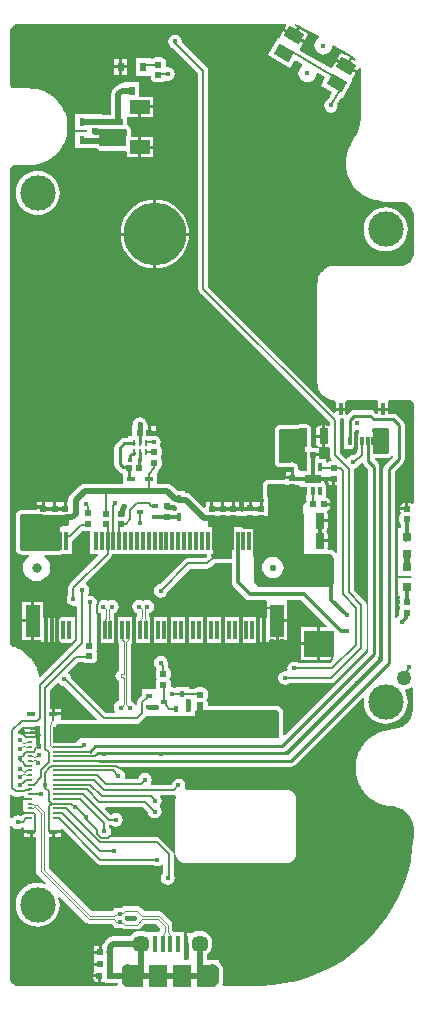
<source format=gtl>
%FSTAX23Y23*%
%MOIN*%
%SFA1B1*%

%IPPOS*%
%AMD21*
4,1,8,0.008300,0.009800,-0.008300,0.009800,-0.010800,0.007300,-0.010800,-0.007300,-0.008300,-0.009800,0.008300,-0.009800,0.010800,-0.007300,0.010800,0.007300,0.008300,0.009800,0.0*
1,1,0.005000,0.008300,0.007300*
1,1,0.005000,-0.008300,0.007300*
1,1,0.005000,-0.008300,-0.007300*
1,1,0.005000,0.008300,-0.007300*
%
%AMD25*
4,1,8,-0.009800,0.008300,-0.009800,-0.008300,-0.007300,-0.010800,0.007300,-0.010800,0.009800,-0.008300,0.009800,0.008300,0.007300,0.010800,-0.007300,0.010800,-0.009800,0.008300,0.0*
1,1,0.005000,-0.007300,0.008300*
1,1,0.005000,-0.007300,-0.008300*
1,1,0.005000,0.007300,-0.008300*
1,1,0.005000,0.007300,0.008300*
%
%AMD36*
4,1,8,-0.014900,0.021900,-0.014900,-0.021900,-0.011200,-0.025600,0.011200,-0.025600,0.014900,-0.021900,0.014900,0.021900,0.011200,0.025600,-0.011200,0.025600,-0.014900,0.021900,0.0*
1,1,0.007400,-0.011200,0.021900*
1,1,0.007400,-0.011200,-0.021900*
1,1,0.007400,0.011200,-0.021900*
1,1,0.007400,0.011200,0.021900*
%
%AMD44*
4,1,4,-0.034500,-0.002800,0.014800,-0.031300,0.034500,0.002800,-0.014800,0.031300,-0.034500,-0.002800,0.0*
%
%AMD88*
4,1,8,-0.023600,0.017600,-0.023600,-0.017600,-0.003800,-0.037400,0.003800,-0.037400,0.023600,-0.017600,0.023600,0.017600,0.003800,0.037400,-0.003800,0.037400,-0.023600,0.017600,0.0*
1,1,0.039600,-0.003800,0.017600*
1,1,0.039600,-0.003800,-0.017600*
1,1,0.039600,0.003800,-0.017600*
1,1,0.039600,0.003800,0.017600*
%
%ADD10C,0.009800*%
%ADD11C,0.003900*%
%ADD12C,0.007900*%
%ADD13C,0.005900*%
%ADD14C,0.015700*%
%ADD17C,0.019700*%
%ADD18R,0.059100X0.074800*%
%ADD19R,0.015700X0.053100*%
%ADD20R,0.016500X0.025200*%
G04~CAMADD=21~8~0.0~0.0~217.0~197.0~25.0~0.0~15~0.0~0.0~0.0~0.0~0~0.0~0.0~0.0~0.0~0~0.0~0.0~0.0~0.0~217.0~197.0*
%ADD21D21*%
%ADD22R,0.025200X0.016500*%
%ADD23R,0.020100X0.015700*%
%ADD24R,0.009800X0.020700*%
G04~CAMADD=25~8~0.0~0.0~217.0~197.0~25.0~0.0~15~0.0~0.0~0.0~0.0~0~0.0~0.0~0.0~0.0~0~0.0~0.0~0.0~90.0~196.0~216.0*
%ADD25D25*%
%ADD26R,0.022800X0.021300*%
%ADD27R,0.023600X0.031500*%
%ADD28R,0.015700X0.020100*%
%ADD29R,0.014200X0.013000*%
%ADD30R,0.098400X0.090600*%
%ADD31R,0.066900X0.047200*%
%ADD32R,0.039400X0.019700*%
%ADD33R,0.021300X0.022800*%
%ADD34R,0.013800X0.029500*%
%ADD35R,0.057100X0.025600*%
G04~CAMADD=36~8~0.0~0.0~512.0~299.0~37.0~0.0~15~0.0~0.0~0.0~0.0~0~0.0~0.0~0.0~0.0~0~0.0~0.0~0.0~90.0~298.0~512.0*
%ADD36D36*%
%ADD37R,0.031500X0.031500*%
%ADD38R,0.011800X0.061000*%
%ADD39R,0.047200X0.108300*%
%ADD40R,0.029500X0.011800*%
%ADD41R,0.016500X0.009100*%
%ADD42R,0.011800X0.039400*%
%ADD43R,0.011800X0.027600*%
G04~CAMADD=44~9~0.0~0.0~571.0~394.0~0.0~0.0~0~0.0~0.0~0.0~0.0~0~0.0~0.0~0.0~0.0~0~0.0~0.0~0.0~150.0~690.0~625.0*
%ADD44D44*%
%ADD81C,0.004600*%
%ADD82C,0.050000*%
%ADD83C,0.011800*%
%ADD84C,0.006700*%
%ADD85C,0.017700*%
%ADD86C,0.013800*%
%ADD87C,0.057100*%
G04~CAMADD=88~8~0.0~0.0~748.0~472.0~198.0~0.0~15~0.0~0.0~0.0~0.0~0~0.0~0.0~0.0~0.0~0~0.0~0.0~0.0~90.0~472.0~748.0*
%ADD88D88*%
%ADD89C,0.015700*%
%ADD90C,0.031500*%
%ADD91C,0.021700*%
%ADD92C,0.208700*%
%ADD93C,0.118100*%
%ADD94C,0.017700*%
%LNright_board-1*%
%LPD*%
G36*
X03376Y04397D02*
X03379Y04393D01*
Y04392*
X03373Y04381*
X03402Y04365*
X03414Y04386*
X03406Y04391*
X03408Y04396*
X03416Y04394*
X03429Y04388*
X03435Y04384*
X03435Y04384*
X03435Y04384*
X03486Y04355*
X03486Y04349*
X0348Y04345*
X03476Y04339*
X03473Y04332*
X03472Y04324*
X03473Y04316*
X03476Y04309*
X0348Y04303*
X03487Y04298*
X03494Y04295*
X03502Y04294*
X03509Y04295*
X03516Y04298*
X03523Y04303*
X03527Y04309*
X0353Y04316*
X03531Y04323*
X03535Y04326*
X03595Y04292*
X03599Y04289*
X03606Y04284*
X03611Y04278*
X03608Y04274*
X03599Y0428*
X03586Y04258*
X03615Y04241*
X03621Y04251*
X03626Y0425*
X03627Y04245*
X03628Y04236*
X03628Y04232*
X03628Y04231*
X03628Y04231*
Y04089*
Y04089*
X03628Y0408*
X03625Y04063*
X03621Y04046*
X03613Y0403*
X03608Y04023*
X03608Y04022*
X03608Y04022*
X03593Y03995*
Y03995*
X03593Y03994*
X03588Y03985*
X03588Y03985*
X03588Y03984*
X03581Y03964*
X03581Y03964*
X0358Y03963*
X03577Y03942*
Y03941*
X03577Y0394*
X03578Y0392*
X03578Y03919*
Y03918*
X03582Y03898*
X03582Y03897*
X03582Y03896*
X0359Y03877*
X0359Y03876*
X03591Y03875*
X03601Y03857*
X03602Y03857*
X03602Y03856*
X03616Y0384*
X03617Y0384*
X03617Y03839*
X03633Y03826*
X03634Y03826*
X03635Y03825*
X03653Y03815*
X03654Y03815*
X03655Y03815*
X03674Y03808*
X03675Y03808*
X03676Y03808*
X03697Y03805*
X03697Y03805*
X03698Y03804*
X03708Y03804*
X03708*
X03708*
X03762*
X03771Y03802*
X03779Y03799*
X03787Y03794*
X03793Y03787*
X03798Y0378*
X03802Y03771*
X03804Y03762*
Y03758*
X03803Y03631*
Y03627*
X03802Y0362*
X03799Y03612*
X03794Y03606*
X03789Y036*
X03782Y03596*
X03775Y03593*
X03767Y03591*
X03763*
X03543*
X03542Y03591*
X03542Y03591*
X03537Y03591*
X03536Y03591*
X03536*
X03526Y03589*
X03525Y03589*
X03524Y03588*
X03515Y03585*
X03514Y03584*
X03513Y03584*
X03505Y03578*
X03504Y03578*
X03504Y03577*
X03497Y0357*
X03496Y03569*
X03495Y03569*
X0349Y0356*
X0349Y03559*
X03489Y03559*
X03485Y0355*
X03485Y03549*
X03485Y03548*
X03483Y03538*
Y03537*
X03483Y03537*
X03482Y03532*
Y03531*
Y03531*
Y03202*
Y03202*
Y03201*
X03483Y03196*
X03483Y03196*
Y03195*
X03485Y03185*
X03485Y03184*
X03485Y03183*
X03489Y03174*
X0349Y03174*
X0349Y03173*
X03495Y03164*
X03496Y03164*
X03497Y03163*
X03504Y03156*
X03504Y03155*
X03505Y03155*
X03513Y03149*
X03514Y03149*
X03515Y03148*
X03524Y03145*
X03525Y03144*
X03526Y03144*
X03536Y03142*
X03536*
X03537Y03142*
X03539Y03142*
X03542Y03141*
X03544Y03137*
Y03117*
X0356*
X03575*
Y03137*
X0358Y03142*
X0368*
X03685Y03141*
Y03117*
X037*
X03716*
Y03137*
X03721Y03142*
X03791*
X03791*
X03793*
X03798Y0314*
X03801Y03136*
X03803Y03132*
X03803Y0313*
Y03129*
X03803Y03129*
X03803Y02799*
X03798Y02797*
X03797Y02797*
X03793Y028*
X03788Y02801*
X03785*
Y02781*
X0378*
Y02776*
X03759*
Y02774*
X0376Y02769*
X03762Y02766*
X0376Y02765*
X03756Y02759*
X03755Y02753*
Y02738*
X03756Y02732*
X0376Y02727*
Y02716*
X03752*
Y02662*
Y02657*
Y02598*
Y02556*
X03795*
X03798Y02551*
X03798Y0255*
X03752*
Y02491*
X03757*
X03757Y0249*
X03759Y02486*
X03756Y02482*
X03755Y02475*
Y02461*
X03756Y02454*
X03759Y0245*
X03756Y02446*
X03755Y0244*
Y02425*
X03755Y02425*
X03754Y02424*
X03747Y02419*
X03745Y02417*
X0374Y02418*
Y02904*
X03768Y02932*
X03772Y02938*
X03774Y02945*
Y03059*
X03772Y03066*
X03768Y03072*
X03748Y03092*
X03742Y03096*
X03735Y03097*
X03716*
Y03107*
X037*
X03685*
Y03097*
X03679*
X03672Y03104*
X03666Y03108*
X03659Y03109*
X03604*
X03597Y03108*
X0359Y03104*
X0358Y03094*
X03575Y03096*
Y03107*
X0356*
X03544*
Y03102*
X03539Y031*
X03119Y0352*
Y0424*
X03118Y04246*
X03114Y04252*
X0303Y04336*
X03031Y04338*
X03029Y04347*
X03024Y04354*
X03016Y04359*
X03007Y04361*
X02999Y04359*
X02991Y04354*
X02986Y04347*
X02984Y04338*
X02986Y04329*
X02991Y04322*
X02999Y04317*
X03001Y04316*
X03085Y04233*
Y03513*
X03086Y03507*
X0309Y03501*
X03523Y03068*
Y0306*
X03518Y03057*
X03514Y03058*
X03508*
Y03022*
Y02986*
X03514*
X03518Y02987*
X03523Y02984*
Y02959*
X03524Y02953*
X03528Y02947*
X03532Y02943*
X0353Y02939*
X03529*
X03522Y02938*
X03517Y02934*
X03515Y02935*
X03512Y02936*
Y02946*
X03488*
Y02956*
X03467*
Y02966*
X03488*
Y02982*
X03466*
X03462Y02986*
Y03043*
X03461Y03048*
X03461Y03049*
X0346Y03051*
X03456Y03057*
X03451Y03061*
X03444Y03062*
X03421*
X03416Y03061*
X03358*
X03352Y0306*
X03348Y03057*
X03344Y03053*
X03341Y03048*
X0334Y03043*
Y02937*
X03341Y02931*
X03344Y02927*
X03348Y02923*
X03352Y0292*
X03358Y02919*
X03386*
X03388Y02919*
X03389*
X0339Y02919*
X03392Y0292*
X03392Y0292*
X03396Y02921*
X034Y0292*
X03402Y02918*
X03404Y02915*
X03405Y02909*
Y02909*
X03405Y02907*
X03404Y02906*
X03403Y02905*
Y02883*
X03398*
Y02878*
X03377*
X03376Y02878*
X03374*
Y02876*
X03318*
X03313Y02875*
X03309Y02872*
X03305Y02868*
X03302Y02863*
X033Y02858*
Y02821*
X03301Y0282*
Y02818*
X03301Y02817*
X03302Y02815*
X03302Y02814*
X03303Y02813*
X03303Y02813*
X03304Y02808*
X03304Y02808*
X03303Y02806*
X03302Y02804*
X033Y02803*
X033*
Y02781*
X0329*
Y02803*
X0328*
Y02803*
X03264*
Y02782*
X03259*
Y02777*
X03239*
Y02776*
X03235*
Y02773*
X0323Y0277*
X03229Y0277*
X03228*
X03227Y0277*
X03226Y02772*
Y02776*
X03222*
Y02776*
X03201*
Y02781*
X03196*
Y02803*
X03187*
X03171*
Y02781*
X03161*
Y02803*
X03145*
X03135*
Y02781*
X03125*
Y02803*
X0311*
Y02785*
X03105Y02783*
X03061Y02827*
X03053Y02832*
X03044Y02834*
X03042*
Y02838*
X03021*
X03019Y02838*
X03016*
X02997Y02857*
X02989Y02862*
X0298Y02864*
X02946*
Y02898*
X0295Y02903*
X02954Y02908*
X02955Y02912*
X02959Y02915*
X02962Y0292*
X02963Y02926*
Y02941*
X02962Y02947*
X0296Y02951*
X02962Y02955*
X02963Y02962*
Y02976*
X02962Y02983*
X02959Y02988*
X02956Y0299*
X02958Y02993*
X0296Y03002*
X02958Y0301*
X02953Y03018*
X02945Y03023*
X02943Y03023*
Y03029*
X02921*
Y03034*
X02916*
Y03055*
X02916*
Y03058*
X02913*
Y03063*
X02912Y03071*
X02907Y03079*
X02899Y03084*
X0289Y03086*
X02881Y03084*
X02874Y03079*
X02869Y03071*
X02867Y03063*
Y03058*
X02865*
Y03022*
X02852*
Y03017*
X02838*
X02831Y03015*
X02825Y03011*
X02811Y02997*
X02807Y02991*
X02805Y02984*
Y02928*
X02807Y0292*
X02811Y02914*
X02821Y02905*
X02827Y029*
X02832Y02899*
X02834Y02897*
X02834Y02896*
Y02864*
X02707*
X02698Y02862*
X0269Y02857*
X02659Y02826*
X02653Y02818*
X02652Y02809*
Y02803*
X02647*
Y02781*
X02637*
Y02803*
X02622*
X02611*
Y02781*
X02601*
Y02803*
X0259*
X02574*
Y02781*
X02564*
Y02803*
X02549*
Y0278*
X02545Y02777*
X02496*
X0249Y02776*
X02486Y02773*
X02482Y02769*
X02479Y02765*
X02478Y02759*
Y02704*
Y02645*
X02479Y0264*
X02482Y02635*
X02486Y02631*
X0249Y02628*
X02496Y02627*
X0252*
X02522Y02622*
X02514Y02616*
X02507Y02607*
X02502Y02596*
X02501Y02584*
X02502Y02572*
X02507Y02561*
X02514Y02552*
X02524Y02545*
X02535Y0254*
X02546Y02538*
X02558Y0254*
X02569Y02545*
X02579Y02552*
X02586Y02561*
X02591Y02572*
X02592Y02584*
X02591Y02596*
X02586Y02607*
X02579Y02616*
X02571Y02622*
X02573Y02627*
X02625*
X02631Y02628*
X02632Y02629*
X02645*
X02665*
Y02674*
X02665Y02674*
X02671Y02678*
X02701Y02708*
X02701Y02707*
X02708Y02706*
X02724*
Y02629*
X0275*
X02752Y02625*
X02657Y02529*
X02653Y02524*
X02652Y02517*
Y02494*
X02648Y02488*
X02646Y02479*
X02648Y0247*
X02653Y02463*
X0266Y02458*
X02669Y02456*
X02676Y02457*
X02681Y02454*
Y02342*
X02679Y02341*
X02674Y02343*
Y02421*
X02655*
X02615*
Y02417*
X02601*
Y02376*
Y02336*
X02612*
X02615Y02333*
Y02332*
X02635*
X02667*
X02669Y02328*
X02559Y02218*
X02554Y02219*
X02553Y02229*
X02552Y02229*
X02552Y0223*
X02546Y02248*
X02546Y02248*
X02546Y02249*
X02537Y02266*
X02537Y02266*
X02537Y02267*
X02526Y02282*
X02525Y02282*
X02525Y02283*
X02512Y02296*
X02511Y02297*
X0251Y02297*
X02495Y02308*
X02495Y02308*
X02494Y02309*
X02478Y02317*
X02477Y02317*
X02477Y02318*
X02468Y02321*
X02468*
X02467Y02321*
X02465Y02322*
X02462Y02324*
X02459Y02328*
X02458Y02332*
X02458Y02334*
Y03912*
X02458Y03914*
X0246Y03919*
X02463Y03923*
X02468Y03925*
X0247Y03925*
X02522*
X02523*
X02523*
X02532Y03925*
X02533Y03926*
X02533*
X02552Y03929*
X02552Y03929*
X02553Y03929*
X02571Y03935*
X02571Y03935*
X02572Y03936*
X02589Y03944*
X02589Y03945*
X0259Y03945*
X02605Y03956*
X02605Y03956*
X02606Y03957*
X02619Y0397*
X02619Y03971*
X0262Y03971*
X02631Y03986*
X02631Y03987*
X02632Y03988*
X0264Y04004*
X0264Y04005*
X0264Y04006*
X02646Y04023*
X02646Y04024*
X02646Y04025*
X02649Y04043*
Y04044*
X02649Y04045*
X02649Y04063*
X02649Y04064*
X02649Y04065*
X02646Y04083*
X02646Y04084*
X02646Y04085*
X0264Y04102*
X0264Y04103*
X02639Y04104*
X02631Y0412*
X0263Y04121*
X0263Y04121*
X02619Y04136*
X02619Y04137*
X02618Y04138*
X02605Y04151*
X02604Y04151*
X02604Y04152*
X02589Y04162*
X02588Y04163*
X02587Y04163*
X02571Y04172*
X0257Y04172*
X02569Y04172*
X02552Y04178*
X02551Y04178*
X0255Y04178*
X02532Y04181*
X02531*
X02531Y04181*
X02522Y04182*
X02521*
X02521*
X02471*
X02468Y04182*
X02464Y04184*
X0246Y04187*
X02458Y04192*
X02458Y04194*
Y0437*
X02458Y04372*
X02459Y04377*
X02461Y04382*
X02464Y04387*
X02468Y04391*
X02472Y04394*
X02477Y04396*
X02483Y04397*
X02485Y04397*
X03285*
X03376*
G37*
G36*
X0372Y03047D02*
Y02968D01*
X03716Y02964*
X03669*
X03669*
Y0298*
X03669*
Y03035*
X03665*
Y03047*
X03669Y03051*
X03716*
X0372Y03047*
G37*
G36*
X03572Y03078D02*
X03572Y03077D01*
Y03035*
X03571*
Y0298*
X0361*
X03613Y02976*
Y02969*
X03604Y02959*
X03602Y0296*
X03593Y02958*
X03586Y02953*
X03582Y02948*
X03576Y02947*
X03557Y02966*
Y03075*
X03556Y03078*
X0356Y03082*
X03569*
X03572Y03078*
G37*
G36*
X03448Y03043D02*
Y02986D01*
X03441*
Y02937*
X03445*
Y0292*
X03445Y02918*
Y02906*
X03444Y02905*
X03423*
Y02908*
X03422*
X03419Y02912*
X03418Y02921*
X03413Y02928*
X03405Y02933*
X03396Y02935*
X03387Y02933*
X03386Y02933*
X03358*
X03354Y02937*
Y03043*
X03358Y03047*
X03444*
X03448Y03043*
G37*
G36*
X03542Y02859D02*
X03545D01*
X03546Y02859*
X03549Y02856*
Y02633*
X03543*
X03537Y02639*
X03532Y02642*
X03527Y02644*
X03519*
X03515Y02649*
X03516Y02651*
Y02668*
X0349*
Y02678*
X03516*
Y02695*
X03514Y027*
X03513Y02703*
X03512Y02706*
X03513Y0271*
X03514Y02712*
X03516Y02718*
Y02735*
X0349*
Y02745*
X03516*
Y02762*
X03514Y02767*
X03513Y02769*
X03515Y02774*
X03517Y02775*
X03521Y02777*
X03524Y02782*
X03525Y02786*
Y0279*
X03504*
Y028*
X03525*
Y02803*
X03524Y02808*
X03521Y02812*
X03517Y02815*
X03512Y02816*
Y02866*
X03514Y02866*
X03517Y02866*
X0352Y02863*
X03524Y0286*
X03529Y02859*
X03532*
Y02879*
X03542*
Y02859*
G37*
G36*
X03374Y02858D02*
X03421D01*
X03424Y02855*
Y02852*
X03445*
Y02811*
X03446Y02806*
X03445Y02803*
X03433Y02791*
Y02767*
X03437Y02763*
Y02633*
X0344Y02629*
X03527*
X03535Y02622*
Y02531*
X03523Y02519*
X03287*
X03271Y02535*
Y02629*
X03275*
Y02718*
X03255*
X03216*
X03196*
Y02676*
X03196Y02674*
Y02614*
X03137*
X03129Y02622*
Y02629*
X03137*
Y02718*
X03118*
Y02756*
X03155*
X03177*
X03226*
X03226Y02756*
X03233Y02755*
X0324Y02756*
X0327*
Y02756*
X03319*
Y02806*
X03318Y02811*
X03316Y02818*
X03315Y02821*
Y02858*
X03318Y02862*
X03374*
Y02858*
G37*
G36*
X02545Y02756D02*
X02581D01*
X0263*
X02653*
Y02728*
X02649Y02724*
X02633*
X02629Y0272*
Y02718*
X02625*
Y02641*
X02496*
X02492Y02645*
Y02704*
Y02759*
X02496Y02763*
X02545*
Y02756*
G37*
G36*
X02753Y02332D02*
D01*
X02773*
X02812*
X0282*
Y02254*
Y02241*
X02816Y02238*
X02811Y02231*
X02809Y02223*
X02811Y02215*
X02816Y02208*
X0282Y02205*
Y02139*
X02817Y02138*
X02809Y02133*
X02804Y02126*
X02803Y02117*
X02804Y02108*
X02807Y02104*
X02804Y02099*
X02777*
X02662Y02215*
X02661Y02221*
X02656Y02228*
X02652Y02231*
X02652Y02236*
X02684Y02268*
X02705*
X02707Y02266*
X02714Y02265*
X0273*
X02737Y02266*
X02742Y0227*
X02746Y02275*
X02747Y02282*
Y02296*
X02746Y02303*
X02743Y02307*
X02746Y02311*
X02747Y02317*
Y02329*
X02751Y02332*
X02752Y02333*
X02753Y02332*
G37*
G36*
X03633Y02933D02*
X03636Y02927D01*
X03651Y02913*
Y02303*
X03373Y02025*
X03368Y02026*
Y02102*
X03367Y02107*
X03364Y02112*
X03356Y0212*
X03351Y02123*
X03346Y02124*
X03116*
Y02133*
X03115Y02139*
X03112Y02143*
X03115Y02147*
X03116Y02154*
Y02168*
X03115Y02175*
X03111Y0218*
X03106Y02184*
X03099Y02185*
X03083*
X03076Y02184*
X03072Y02181*
X03054*
Y02187*
X0301*
Y02187*
X03006Y02184*
X03005Y02184*
X02997Y02186*
X02993Y0219*
Y02202*
X02992Y02208*
X02989Y02212*
X02992Y02216*
X02993Y02222*
Y02237*
X02992Y02244*
X02988Y02249*
X02985Y02251*
Y02256*
X02984Y02263*
X02983Y02264*
X02983Y02267*
X02982Y02276*
X02977Y02284*
X02969Y02289*
X0296Y0229*
X02951Y02289*
X02944Y02284*
X02939Y02276*
X02937Y02267*
X02939Y02258*
X02944Y02251*
X02945Y0225*
X02946Y02245*
X02944Y02244*
X02943Y02237*
Y02222*
X02944Y02216*
X02947Y02212*
X02944Y02208*
X02943Y02202*
Y02187*
X02944Y02184*
X0294Y02179*
X0294Y02179*
X02896*
Y02157*
X02887Y02148*
X02883Y02143*
X02882Y02136*
Y02127*
X02881Y02127*
X02877Y02126*
X02872Y02133*
X02865Y02138*
X02862Y02139*
Y02331*
X02863Y02332*
X02863Y02332*
X02871*
X02891*
X0293*
X0295*
X02989*
X03009*
X03048*
X03107*
X03127*
X03166*
X03206*
X03226*
X03265*
X03285*
Y02336*
X03299*
Y02376*
Y02417*
X03288*
X03285Y0242*
Y02421*
X03245*
X03226*
X03186*
X03166*
X03147*
X03107*
X03048*
X03029*
X02989*
X0297*
X0293*
X02922*
X02922Y02421*
X02922Y02421*
Y02433*
X02924Y02433*
X02931Y02438*
X02936Y02445*
X02938Y02454*
X02936Y02463*
X02931Y02471*
X02924Y02476*
X02915Y02477*
X02906Y02476*
X02901Y02472*
X02896Y02476*
X02887Y02477*
X02879Y02476*
X02871Y02471*
X02866Y02463*
X02864Y02454*
X02866Y02445*
X02871Y02438*
X02879Y02433*
X0288Y02433*
Y02422*
X02879Y02421*
X02879Y02421*
X02871*
X02832*
X02812*
X02804*
X02804Y02421*
X02804Y02421*
Y02433*
X02806Y02433*
X02813Y02438*
X02818Y02445*
X0282Y02454*
X02818Y02463*
X02813Y02471*
X02806Y02476*
X02797Y02477*
X02788Y02476*
X02783Y02472*
X02778Y02476*
X02769Y02477*
X0276Y02476*
X02753Y02471*
X02753Y0247*
X02747Y02471*
X02746Y02477*
X02741Y02484*
X02734Y02489*
X02725Y02491*
X0272Y0249*
X02716Y02494*
X02716Y02494*
X0272Y02501*
X02721Y02509*
X0272Y02518*
X02715Y02526*
X02711Y02528*
X0271Y02535*
X02795Y02619*
X02798Y02625*
X02799Y02629*
X02817*
X02822*
X02861*
X02935*
X0294*
X02979*
X03019*
X03039*
X03078*
X03115*
Y02623*
X03107Y02615*
X03051*
X03044Y02614*
X03039Y0261*
X02959Y0253*
X02951Y02529*
X02944Y02524*
X02939Y02516*
X02937Y02507*
X02939Y02499*
X02944Y02491*
X02951Y02486*
X0296Y02484*
X02969Y02486*
X02977Y02491*
X02982Y02499*
X02983Y02506*
X03058Y02581*
X03114*
X03121Y02582*
X03126Y02586*
X0314Y026*
X03196*
Y02536*
X03197Y02528*
X03202Y02522*
X03242Y02481*
X03248Y02477*
X03256Y02476*
X03312*
X03314Y02471*
Y02417*
X03309*
Y02376*
Y02336*
X0332*
Y02343*
X03343*
Y02407*
X03348*
Y02412*
X03381*
Y02471*
X03383Y02476*
X03429*
X03515Y0239*
X03513Y02386*
X03492*
Y0233*
Y02275*
X03528*
X0353Y0227*
X03524Y02265*
X0342*
X03414Y02269*
X03405Y02271*
X03396Y02269*
X03389Y02264*
X03384Y02256*
X03382Y02248*
X03383Y02243*
X03379Y02238*
X03375Y02239*
X03366Y02237*
X03358Y02232*
X03353Y02225*
X03351Y02216*
X03353Y02207*
X03358Y022*
X03366Y02195*
X03375Y02193*
X03383Y02195*
X0339Y02199*
X03527*
X03534Y022*
X03539Y02204*
X03641Y02305*
X03644Y02311*
X03646Y02317*
Y02461*
X03644Y02468*
X03641Y02473*
X03603Y02511*
Y02913*
X03603Y02914*
X03611Y02915*
X03618Y0292*
X03623Y02928*
X03624Y02931*
X03628Y02934*
X03633Y02933*
G37*
G36*
X03354Y02102D02*
Y02019D01*
X0335Y02015*
X02692*
X02681Y02004*
X02631*
Y02005*
X02607*
Y02051*
X0261Y02056*
X02611Y02061*
X02613Y02063*
X02885*
X02892Y02069*
X02894Y0207*
X02911Y02088*
X02912Y02089*
X02913Y0209*
X02991*
Y02088*
X03034*
X03073*
Y02105*
X03078Y0211*
X03346*
X03354Y02102*
G37*
G36*
X02621Y02199D02*
X02623Y02196D01*
X0263Y02191*
X02639Y02189*
X02747Y02081*
X02745Y02077*
X02628*
X02627Y02081*
Y02092*
X02602*
Y02097*
X02597*
Y02113*
X02592*
Y02177*
X02616Y022*
X02621Y02199*
G37*
G36*
X03802Y02184D02*
X03802Y02118D01*
Y02111*
X03799Y02097*
X03794Y02084*
X03786Y02072*
X03776Y02062*
X03765Y02054*
X03752Y02048*
X03738Y02045*
X03731Y02045*
X03731*
X03731*
X03722Y02044*
X03721Y02044*
X0372*
X03703Y0204*
X03702Y0204*
X03701Y0204*
X03685Y02034*
X03684Y02033*
X03683Y02033*
X03668Y02024*
X03667Y02024*
X03666Y02023*
X03652Y02012*
X03652Y02012*
X03651Y02011*
X03639Y01998*
X03638Y01998*
X03638Y01997*
X03627Y01982*
X03627Y01982*
X03627Y01981*
X03619Y01965*
X03619Y01964*
X03618Y01964*
X03613Y01947*
X03613Y01946*
X03612Y01945*
X0361Y01927*
Y01927*
X0361Y01926*
Y01908*
X0361Y01907*
Y01906*
X03612Y01889*
X03613Y01888*
X03613Y01887*
X03618Y0187*
X03618Y01869*
X03619Y01869*
X03626Y01853*
X03627Y01852*
X03627Y01851*
X03637Y01837*
X03638Y01836*
X03638Y01835*
X03651Y01822*
X03651Y01822*
X03652Y01821*
X03666Y0181*
X03667Y0181*
X03667Y01809*
X03683Y01801*
X03684Y018*
X03684Y018*
X03701Y01794*
X03702Y01794*
X03703Y01793*
X0372Y0179*
X03721*
X03721Y01789*
X0373Y01789*
X0373*
X0373*
X03738Y01788*
X03752Y01784*
X03765Y01778*
X03777Y01769*
X03787Y01758*
X03795Y01746*
X038Y01732*
X03803Y01717*
X03803Y0171*
Y0171*
X03803Y01689*
X03799Y01648*
X03793Y01607*
X03783Y01567*
X0377Y01528*
X03754Y0149*
X03734Y01453*
X03713Y01418*
X03688Y01385*
X03661Y01354*
X03631Y01325*
X036Y01298*
X03566Y01274*
X03531Y01253*
X03494Y01235*
X03455Y01219*
X03416Y01207*
X03375Y01198*
X03335Y01192*
X03293Y01189*
X03273Y0119*
X03273*
X03168*
X03164Y01195*
X03166Y01198*
X03167Y01207*
Y01207*
Y01207*
Y01242*
Y01242*
Y01242*
X03166Y01251*
X03162Y01259*
X03157Y01266*
X03155Y01268*
Y01276*
X03135*
X03133Y01276*
X03133*
X03133*
X03125*
X03123Y01276*
X03114*
Y01296*
X0312Y01301*
X03127Y01309*
X03131Y0132*
X03132Y01331*
X03131Y01342*
X03127Y01352*
X0312Y01361*
X03111Y01368*
X03101Y01372*
X0309Y01373*
X03079Y01372*
X03068Y01368*
X03065Y01365*
X0306Y01367*
Y01367*
X03048*
Y01334*
X03047Y01331*
X03039*
Y01367*
Y01371*
X03003*
X03003Y01371*
X02999Y01375*
Y01394*
X02998Y014*
X02995Y01406*
X02969Y01431*
X02967Y01433*
X02961Y01437*
X02955Y01438*
X02906*
X02893Y01451*
X02888Y01455*
X02881Y01456*
X02841*
X02835Y01455*
X02829Y01451*
Y01451*
X02803*
Y01444*
X02801Y01442*
X02797Y01438*
X02731*
X02586Y01583*
Y01687*
X02597*
Y01703*
X02602*
Y01708*
X02627*
Y01712*
X02632Y01713*
X02746Y01599*
X02752Y01595*
X02758Y01594*
X02933*
X0294Y01589*
X02948Y01588*
X02957Y01589*
X02964Y01594*
X02969Y01593*
Y01567*
X02967Y01566*
X02962Y01559*
X02961Y0155*
X02962Y01541*
X02967Y01533*
X02975Y01528*
X02984Y01527*
X02993Y01528*
X03Y01533*
X03005Y01541*
X03007Y0155*
X03005Y01559*
X03003Y01562*
Y01629*
X03002Y01636*
X02998Y01641*
X02959Y0168*
X02954Y01684*
X02947Y01685*
X0279*
X02788Y0169*
X02793Y01696*
X02794Y01705*
X02793Y01714*
X02788Y0172*
Y01727*
X02795*
X02802Y01722*
X02811Y01721*
X02819Y01722*
X02827Y01727*
X02832Y01735*
X02834Y01744*
X02832Y01752*
X02827Y0176*
X02819Y01765*
X02811Y01767*
X02802Y01765*
X02795Y01761*
X02794*
X02774Y01781*
X02776Y01786*
X02902*
X02918Y0177*
X02919Y01762*
X02924Y01755*
X02932Y0175*
X0294Y01748*
X02949Y0175*
X02957Y01755*
X02962Y01762*
X02964Y01771*
X02962Y0178*
X02957Y01788*
Y0179*
X02962Y01798*
X02964Y01807*
X02962Y01815*
X02959Y0182*
X02961Y01825*
X03003*
X03008Y01826*
X03011Y01822*
X0301Y0182*
X0301Y01817*
X03009Y01814*
Y0181*
Y01634*
Y0163*
X0301Y01624*
X03014Y01617*
X03017Y01612*
X03022Y01607*
X03027Y01604*
X03034Y01601*
X03039Y016*
X03043*
X03377*
X03381*
X03387Y01601*
X03394Y01604*
X03399Y01607*
X03404Y01612*
X03407Y01617*
X0341Y01624*
X03412Y0163*
Y01634*
Y0181*
Y01814*
X0341Y0182*
X03407Y01827*
X03406Y01829*
X03404Y01832*
X03399Y01837*
X03396Y01839*
X03394Y0184*
X03387Y01843*
X03381Y01844*
X03043*
X03041Y01849*
Y01849*
X03042Y01858*
X03041Y01867*
X03036Y01874*
X03028Y01879*
X03019Y01881*
X0301Y01879*
X03003Y01874*
X02998Y01867*
X02996Y01859*
X0293*
X02927Y01864*
X02929Y01868*
X02931Y01877*
X02929Y01885*
X02924Y01893*
X02917Y01898*
X02908Y019*
X02899Y01898*
X02892Y01893*
X02887Y01885*
X02885Y01879*
X02844*
X0284Y01884*
X02842Y01889*
X0284Y01898*
X02835Y01906*
X02827Y01911*
X0282Y01912*
X02818Y01915*
X0282Y0192*
X03393*
X034Y01922*
X03406Y01926*
X03633Y02153*
X03638Y0215*
X03636Y02137*
X03638Y02123*
X03642Y02109*
X03649Y02096*
X03658Y02085*
X03669Y02076*
X03682Y02069*
X03695Y02065*
X0371Y02064*
X03724Y02065*
X03738Y02069*
X0375Y02076*
X03761Y02085*
X0377Y02096*
X03777Y02109*
X03781Y02123*
X03783Y02137*
X03781Y02151*
X03777Y02165*
X03773Y02172*
X03776Y02178*
X03781Y02178*
X03791Y02182*
X03797Y02187*
X03802Y02184*
G37*
G36*
X02505Y02033D02*
X02503Y02032D01*
X025Y0203*
X02492Y02031*
X02489Y02031*
X02484Y02034*
X02484Y02038*
X02499Y02054*
X02505*
Y02033*
G37*
G36*
X02558Y02053D02*
Y0202D01*
X02551Y02012*
X02545*
Y0202*
X02541*
Y02029*
X02523*
Y02039*
X02541*
Y02044*
X02523*
Y02054*
X02541*
Y02056*
X02556*
X02558Y02053*
G37*
G36*
X03733Y02956D02*
X03734Y02956D01*
X03735Y02953*
X03708Y02925*
X03703Y02919*
X03702Y02912*
Y02275*
X03385Y01958*
X02753*
X02746Y01957*
X02744Y01958*
X02743Y01964*
X02748Y01969*
X03363*
X0337Y0197*
X03376Y01974*
X03683Y02281*
X03687Y02288*
X03689Y02295*
Y02921*
X03687Y02928*
X03683Y02934*
X03673Y02945*
X03675Y0295*
X03716*
X03721Y02951*
X03726Y02954*
X03729Y02957*
X03733Y02956*
G37*
G36*
X02464Y01826D02*
X02469Y01822D01*
X02476Y01821*
X02501*
Y01761*
X025Y01761*
X02495Y01755*
X02493Y01757*
X02484Y01759*
X02475Y01757*
X02467Y01752*
X02465Y01749*
X02459Y01748*
X02458Y01749*
Y01826*
X02462Y01827*
X02464Y01826*
G37*
G36*
X02465Y01722D02*
X02467Y01719D01*
X02475Y01714*
X02484Y01713*
X02493Y01714*
X02499Y01719*
X025*
X025*
X02505Y01715*
Y01708*
X02529*
Y01703*
X02534*
Y01687*
X02544*
Y01572*
X02545Y01566*
X02549Y01561*
X02576Y01533*
X02574Y01529*
X02564Y01532*
X0255Y01533*
X02536Y01532*
X02522Y01528*
X02509Y01521*
X02498Y01512*
X02489Y01501*
X02482Y01488*
X02478Y01474*
X02477Y0146*
X02478Y01446*
X02482Y01432*
X02489Y0142*
X02498Y01408*
X02509Y01399*
X02522Y01393*
X02536Y01388*
X0255Y01387*
X02564Y01388*
X02578Y01393*
X02591Y01399*
X02602Y01408*
X02611Y0142*
X02618Y01432*
X02622Y01446*
X02623Y0146*
X02622Y01474*
X02619Y01484*
X02623Y01487*
X02709Y01401*
X02714Y01398*
X0272Y01396*
X02796*
X02801Y01392*
X02803Y0139*
Y01383*
X0283*
X0283Y01383*
X02836Y01379*
X02842Y01378*
X0288*
X02887Y01379*
X02892Y01383*
X02906Y01396*
X02945*
X02958Y01383*
Y01375*
X02954Y01371*
X02954Y01371*
X02919*
Y0137*
X02914Y01368*
X02904Y01372*
X02893Y01373*
X02882Y01372*
X02872Y01368*
X02863Y01361*
X02858Y01355*
X02802*
X02792Y01353*
X02785Y01348*
X02773Y01336*
X02768Y01328*
X02767Y01326*
X02764*
Y01322*
X02764*
Y01302*
X02759*
Y01297*
X02737*
Y01281*
Y01267*
X02759*
Y01257*
X02737*
Y01242*
X02736Y01237*
X02735Y01232*
Y01229*
X02755*
Y01224*
X0276*
Y01203*
X02763*
X02768Y01204*
X02771Y01206*
X02772Y01204*
X02777Y012*
X02784Y01199*
X02798*
X02802Y012*
X02817*
X02817Y01198*
X02818Y01195*
X02815Y0119*
X02486*
X02483*
X02478Y01191*
X02473Y01193*
X02468Y01196*
X02464Y012*
X02461Y01204*
X02459Y01209*
X02458Y01214*
Y01217*
Y01723*
X02459Y01724*
X02465Y01722*
G37*
G36*
X03153Y01207D02*
X03133D01*
Y01242*
X03153*
Y01207*
G37*
G36*
X0285D02*
X0283D01*
Y01242*
X0285*
Y01207*
G37*
%LNright_board-2*%
%LPC*%
G36*
X03368Y04373D02*
X03356Y04352D01*
X03356Y04351*
X03351Y0435*
X0335Y0435*
X03317Y04292*
X0339Y0425*
X03406Y04277*
X03432Y04262*
X03432Y04257*
X03427Y04253*
X03423Y04247*
X0342Y0424*
X03419Y04232*
X0342Y04224*
X03423Y04217*
X03427Y04211*
X03433Y04206*
X03441Y04203*
X03448Y04202*
X03456Y04203*
X03463Y04206*
X03469Y04211*
X03474Y04217*
X03477Y04224*
X03478Y0423*
X03482Y04233*
X03483Y04233*
X03508Y04218*
X03493Y04191*
X03532Y04168*
X0352Y04146*
X03518Y04146*
X03511Y04141*
X03506Y04133*
X03504Y04125*
X03506Y04116*
X03511Y04108*
X03518Y04103*
X03527Y04101*
X03536Y04103*
X03543Y04108*
X03548Y04116*
X0355Y04125*
X03549Y04129*
X03562Y04151*
X03566Y04148*
X03599Y04206*
X03599Y04207*
X03599Y04212*
X0361Y04233*
X03577Y04252*
X03544Y04271*
X03532Y04251*
X03531Y0425*
X03527Y04248*
X03526Y04249*
X03526Y04248*
X03424Y04307*
X03424Y04308*
X03423Y04308*
X03423Y04314*
X03435Y04334*
X03401Y04353*
X03368Y04373*
G37*
G36*
X03423Y04381D02*
X03411Y0436D01*
X0344Y04343*
X03452Y04364*
X03423Y04381*
G37*
G36*
X02961Y04285D02*
X02944D01*
X02938Y04284*
X02932Y0428*
X02932Y0428*
X02927Y04281*
Y04283*
X02876*
Y04224*
X02927*
X02927Y04219*
Y04219*
X02929Y04212*
X02932Y04207*
X02938Y04203*
X02944Y04202*
X02961*
X02967Y04203*
X02972Y04207*
X02974Y04209*
X02975Y04208*
X02984Y04207*
X02993Y04208*
X03Y04213*
X03005Y04221*
X03007Y0423*
X03005Y04239*
X03Y04246*
X02993Y04251*
X02984Y04253*
X02982Y04252*
X02977Y04257*
Y04269*
X02976Y04275*
X02972Y0428*
X02967Y04284*
X02961Y04285*
G37*
G36*
X03561Y04301D02*
X03549Y0428D01*
X03578Y04263*
X0359Y04285*
X03561Y04301*
G37*
G36*
X02848Y04279D02*
X02831D01*
Y04258*
X02848*
Y04279*
G37*
G36*
X02821D02*
X02805D01*
Y04258*
X02821*
Y04279*
G37*
G36*
X02848Y04248D02*
X02831D01*
Y04227*
X02848*
Y04248*
G37*
G36*
X02821D02*
X02805D01*
Y04227*
X02821*
Y04248*
G37*
G36*
X02889Y04203D02*
X02838D01*
Y04198*
X02831*
X02822Y04196*
X02814Y04191*
X02802Y04179*
X02797Y04171*
X02795Y04162*
Y04093*
X02771*
X0277Y04092*
X02768Y04093*
X02764*
Y04095*
X02715*
Y04095*
X02674*
Y04042*
X02715*
Y04036*
X02674*
Y03983*
X02718*
Y03983*
X02744*
X02746Y03982*
X02749Y03978*
X02754Y03975*
X02759Y03974*
X02842*
X02843Y03974*
X02847Y03971*
Y03952*
X02885*
Y03986*
Y04019*
X02863*
X0286Y04023*
Y04043*
X02859Y04048*
X02856Y04053*
X02854Y04055*
X0285Y04058*
X02847Y04058*
Y04086*
X02885*
Y0412*
X0289*
Y04125*
X02934*
Y04153*
X02889*
Y04203*
G37*
G36*
X02934Y04115D02*
X02895D01*
Y04086*
X02934*
Y04115*
G37*
G36*
Y04019D02*
X02895D01*
Y03991*
X02934*
Y04019*
G37*
G36*
Y03981D02*
X02895D01*
Y03952*
X02934*
Y03981*
G37*
G36*
X0255Y03906D02*
X02536Y03905D01*
X02522Y039*
X02509Y03894*
X02498Y03885*
X02489Y03874*
X02482Y03861*
X02478Y03847*
X02477Y03833*
X02478Y03819*
X02482Y03805*
X02489Y03792*
X02498Y03781*
X02509Y03772*
X02522Y03765*
X02536Y03761*
X0255Y0376*
X02564Y03761*
X02578Y03765*
X02591Y03772*
X02602Y03781*
X02611Y03792*
X02618Y03805*
X02622Y03819*
X02623Y03833*
X02622Y03847*
X02618Y03861*
X02611Y03874*
X02602Y03885*
X02591Y03894*
X02578Y039*
X02564Y03905*
X0255Y03906*
G37*
G36*
X02945Y03811D02*
Y03701D01*
X03054*
X03053Y03714*
X03049Y03732*
X03042Y03748*
X03033Y03764*
X03021Y03777*
X03008Y03789*
X02992Y03799*
X02976Y03805*
X02958Y0381*
X02945Y03811*
G37*
G36*
X02935D02*
X02922Y0381D01*
X02905Y03805*
X02888Y03799*
X02873Y03789*
X02859Y03777*
X02847Y03764*
X02838Y03748*
X02831Y03732*
X02827Y03714*
X02826Y03701*
X02935*
Y03811*
G37*
G36*
X0371Y03785D02*
X03695Y03784D01*
X03682Y0378*
X03669Y03773*
X03658Y03764*
X03649Y03753*
X03642Y0374*
X03638Y03726*
X03636Y03712*
X03638Y03698*
X03642Y03684*
X03649Y03671*
X03658Y0366*
X03669Y03651*
X03682Y03644*
X03695Y0364*
X0371Y03639*
X03724Y0364*
X03738Y03644*
X0375Y03651*
X03761Y0366*
X0377Y03671*
X03777Y03684*
X03781Y03698*
X03783Y03712*
X03781Y03726*
X03777Y0374*
X0377Y03753*
X03761Y03764*
X0375Y03773*
X03738Y0378*
X03724Y03784*
X0371Y03785*
G37*
G36*
X03054Y03691D02*
X02945D01*
Y03582*
X02958Y03583*
X02976Y03587*
X02992Y03594*
X03008Y03604*
X03021Y03615*
X03033Y03629*
X03042Y03644*
X03049Y03661*
X03053Y03678*
X03054Y03691*
G37*
G36*
X02935D02*
X02826D01*
X02827Y03678*
X02831Y03661*
X02838Y03644*
X02847Y03629*
X02859Y03615*
X02873Y03604*
X02888Y03594*
X02905Y03587*
X02922Y03583*
X02935Y03582*
Y03691*
G37*
G36*
X02943Y03055D02*
X02926D01*
Y03039*
X02943*
Y03055*
G37*
G36*
X03498Y03058D02*
X03492D01*
X03487Y03057*
X03482Y03054*
X03479Y03049*
X03478Y03044*
Y03027*
X03498*
Y03058*
G37*
G36*
Y03017D02*
X03478D01*
Y03*
X03479Y02995*
X03482Y0299*
X03487Y02987*
X03492Y02986*
X03498*
Y03017*
G37*
G36*
X03393Y02904D02*
X03378D01*
Y02888*
X03393*
Y02904*
G37*
G36*
X03254Y02803D02*
X03239D01*
Y02787*
X03254*
Y02803*
G37*
G36*
X03222Y02803D02*
X03206D01*
Y02786*
X03222*
Y02803*
G37*
G36*
X03775Y02801D02*
X03772D01*
X03767Y028*
X03763Y02797*
X0376Y02793*
X03759Y02788*
Y02786*
X03775*
Y02801*
G37*
G36*
X02528Y02471D02*
X02499D01*
Y02412*
X02528*
Y02471*
G37*
G36*
Y02402D02*
X02499D01*
Y02343*
X02528*
Y02402*
G37*
G36*
X02566Y02471D02*
X02538D01*
Y02407*
Y02343*
X0256*
Y02336*
X02571*
Y02376*
Y02417*
X02566*
Y02471*
G37*
G36*
X02591Y02417D02*
X02581D01*
Y02376*
Y02336*
X02591*
Y02376*
Y02417*
G37*
G36*
X03334Y0262D02*
X03325Y02619D01*
X03316Y02615*
X03309Y02609*
X03303Y02602*
X03299Y02593*
X03298Y02584*
X03299Y02575*
X03303Y02566*
X03309Y02559*
X03316Y02553*
X03325Y0255*
X03334Y02548*
X03343Y0255*
X03352Y02553*
X03359Y02559*
X03365Y02566*
X03368Y02575*
X0337Y02584*
X03368Y02593*
X03365Y02602*
X03359Y02609*
X03352Y02615*
X03343Y02619*
X03334Y0262*
G37*
G36*
X03381Y02402D02*
X03353D01*
Y02343*
X03381*
Y02402*
G37*
G36*
X03482Y02386D02*
X03428D01*
Y02335*
X03482*
Y02386*
G37*
G36*
Y02325D02*
X03428D01*
Y02275*
X03482*
Y02325*
G37*
G36*
X02627Y02113D02*
X02607D01*
Y02102*
X02627*
Y02113*
G37*
G36*
Y01698D02*
X02607D01*
Y01687*
X02627*
Y01698*
G37*
G36*
X02524D02*
X02505D01*
Y01687*
X02524*
Y01698*
G37*
G36*
X02754Y01322D02*
X02737D01*
Y01307*
X02754*
Y01322*
G37*
G36*
X0275Y01219D02*
X02735D01*
Y01216*
X02736Y01211*
X02739Y01207*
X02743Y01204*
X02748Y01203*
X0275*
Y01219*
G37*
%LNright_board-3*%
%LPD*%
G36*
X02771Y04044D02*
X02813D01*
X02813Y04044*
X02816Y04045*
X02844*
X02846Y04043*
Y04023*
X02843*
Y03989*
X02842Y03988*
X02759*
X02755Y03992*
Y04043*
X02757Y04045*
X02768*
X02769Y04045*
X02771Y04044*
G37*
G54D10*
X03604Y0309D02*
X03659D01*
X03591Y03077D02*
X03604Y0309D01*
X03591Y03007D02*
Y03077D01*
X03754Y02945D02*
Y03059D01*
X03671Y03078D02*
X03735D01*
X03754Y03059*
X03659Y0309D02*
X03671Y03078D01*
X02888Y0294D02*
X0289Y02942D01*
X02888Y02917D02*
Y0294D01*
X0289Y02944D02*
Y02969D01*
X02838Y02998D02*
X02871D01*
X02824Y02928D02*
Y02984D01*
X02838Y02998*
X02852Y02918D02*
X02853Y02918D01*
X02834Y02918D02*
X02852D01*
X02824Y02928D02*
X02834Y02918D01*
X02865Y02964D02*
X02871D01*
X02828Y02727D02*
X02828Y02727D01*
X02938Y02933D02*
X02939Y02934D01*
X02855Y02881D02*
Y02915D01*
X02853Y02917D02*
X02855Y02915D01*
X02858Y02944D02*
X02859Y02946D01*
Y02958D02*
X02865Y02964D01*
X02859Y02946D02*
Y02958D01*
X02871Y02964D02*
Y02969D01*
X0289Y02998D02*
Y03034D01*
X02753Y01939D02*
X03393D01*
X0274Y01988D02*
X03363D01*
X0367Y02295*
Y02921*
X03721Y02267D02*
Y02912D01*
X03393Y01939D02*
X03721Y02267D01*
X02723Y01971D02*
X0274Y01988D01*
X03721Y02912D02*
X03754Y02945D01*
X0365Y02941D02*
X0367Y02921D01*
X0365Y02941D02*
Y03007D01*
G54D11*
X02591Y01994D02*
X02597Y01987D01*
X02591Y02058D02*
X02595Y02062D01*
X02591Y01994D02*
Y02058D01*
X02595Y02062D02*
Y02068D01*
X02597Y01987D02*
X02607D01*
X02607Y01987*
X02595Y02068D02*
X02602Y02076D01*
G54D12*
X02605Y02004D02*
Y02046D01*
X02673Y02002D02*
X0268Y02008D01*
X02609Y02004D02*
Y02018D01*
X02605Y02046D02*
X02609Y02049D01*
X02716Y02765D02*
Y02788D01*
X02712Y02792D02*
Y02795D01*
Y02792D02*
X02716Y02788D01*
Y02765D02*
D01*
X02646Y02688D02*
Y0269D01*
X02658Y0269D02*
X02694Y02727D01*
X02647Y0269D02*
X02658D01*
X02694Y02727D02*
X02719D01*
X02646Y0269D02*
X02647Y0269D01*
X02939Y02969D02*
D01*
X0291D02*
X02939D01*
G54D13*
X02778Y02764D02*
Y02839D01*
X02589Y01791D02*
X02596Y01797D01*
X02593Y01796D02*
Y01798D01*
X02586Y01805D02*
X02593Y01798D01*
X02586Y01805D02*
Y01839D01*
X02575Y0185D02*
X02586Y01839D01*
X02589Y01707D02*
X02591Y01705D01*
X02589Y01707D02*
Y01791D01*
X02596Y01797D02*
X02609D01*
Y02002D02*
X02673D01*
X02602Y02076D02*
Y02097D01*
X02575Y01979D02*
Y02184D01*
Y01979D02*
X02586Y01968D01*
Y01937D02*
Y01968D01*
X02575Y02184D02*
X02677Y02285D01*
X02561Y01911D02*
X02586Y01937D01*
X02677Y02285D02*
X02721D01*
X02783Y01683D02*
X02795Y01694D01*
X02762Y01683D02*
X02783D01*
X02748Y01697D02*
X02762Y01683D01*
X02756Y01668D02*
X02947D01*
X02643Y01782D02*
X02756Y01668D01*
X02947D02*
X02986Y01629D01*
X03532Y02279D02*
Y02291D01*
X03525Y02272D02*
X03532Y02279D01*
X03334Y02451D02*
X03335Y0245D01*
X03308Y02451D02*
X03334D01*
X02664Y02329D02*
X02678Y02343D01*
X02664Y02327D02*
Y02329D01*
X02753Y02426D02*
X02754Y02425D01*
X02753Y02426D02*
D01*
X02746Y02434D02*
X02753Y02426D01*
X02746Y02434D02*
Y0246D01*
X0275Y02464*
Y02472*
X02751Y02473*
X02536Y01861D02*
X02561Y01886D01*
Y01911*
X02809Y02795D02*
Y02798D01*
X02802Y02788D02*
X02809Y02795D01*
X02802Y02674D02*
Y02788D01*
X0354Y02959D02*
X03586Y02913D01*
X03102Y03513D02*
X0354Y03075D01*
Y02959D02*
Y03075D01*
X03102Y03513D02*
Y0424D01*
X02984Y0155D02*
X02986Y01552D01*
Y01559D02*
Y01629D01*
Y01552D02*
Y01559D01*
X03566Y02496D02*
X03611Y02451D01*
Y02327D02*
Y02451D01*
X03531Y02248D02*
X03611Y02327D01*
X03527Y02216D02*
X03628Y02317D01*
X03586Y02503D02*
X03628Y02461D01*
Y02317D02*
Y02461D01*
X03007Y04334D02*
X03008D01*
X0288Y02798D02*
X0292D01*
X02927Y02791D02*
X02942D01*
X0292Y02798D02*
X02927Y02791D01*
X02859Y02776D02*
X0288Y02798D01*
X02859Y02746D02*
Y02776D01*
X0289Y02733D02*
Y02766D01*
X0296Y02264D02*
Y02267D01*
X02968Y0223D02*
Y02256D01*
X0296Y02264D02*
X02968Y02256D01*
X0292Y02879D02*
Y02896D01*
Y0284D02*
Y02879D01*
X02977Y02125D02*
Y02138D01*
X02989Y02113D02*
X03013D01*
X02972Y02141D02*
Y022D01*
X02639Y02212D02*
X0264D01*
X0277Y02082*
X02559Y02084D02*
Y02193D01*
X02698Y02333D02*
Y02509D01*
X02559Y02193D02*
X02698Y02333D01*
X02669Y02479D02*
Y02517D01*
X02783Y02631*
X02912Y03002D02*
X02937D01*
X0291Y02998D02*
Y03D01*
X02912Y03002*
X0292Y02896D02*
X02938Y02915D01*
X02722Y02324D02*
X02725Y02327D01*
Y02468*
X02828Y0273D02*
X02843D01*
X02859Y02746*
X02783Y02631D02*
Y02674D01*
X02822D02*
Y02727D01*
X02938Y02915D02*
Y02933D01*
X03771Y02228D02*
X03785Y02242D01*
X03771Y02216D02*
Y02228D01*
X03785Y02242D02*
Y02249D01*
X03787Y02252*
X03137Y02621D02*
Y02674D01*
X03114Y02598D02*
X03137Y02621D01*
X03051Y02598D02*
X03114D01*
X0296Y02507D02*
X03051Y02598D01*
X02909Y04261D02*
X02952D01*
X02901Y04253D02*
X02909Y04261D01*
X02954Y04228D02*
X02982D01*
X02984Y0423*
X02952Y04226D02*
X02954Y04228D01*
X03466Y02798D02*
X03469Y02795D01*
X03466Y02798D02*
Y02839D01*
X03492Y02918D02*
X03495Y02915D01*
X03537*
X02918Y02157D02*
X0292D01*
X02913Y0215D02*
Y02152D01*
X02899Y021D02*
Y02136D01*
X02913Y02152D02*
X02918Y02157D01*
X02899Y02136D02*
X02913Y0215D01*
X02881Y02082D02*
X02899Y021D01*
X0277Y02082D02*
X02881D01*
X02523Y0186D02*
X02523Y01861D01*
X02536*
X02997Y02163D02*
X03032D01*
X02977Y02125D02*
X02989Y02113D01*
X02975Y0214D02*
X02977Y02138D01*
X03033Y02164D02*
X03089D01*
X02464Y0185D02*
Y02043D01*
X02476Y01838D02*
X02504D01*
X02464Y0185D02*
X02476Y01838D01*
X02522Y01844D02*
X02523Y01845D01*
X0251Y01844D02*
X02522D01*
X02504Y01838D02*
X0251Y01844D01*
X02484Y01736D02*
X025D01*
X02521Y01749D02*
X02523Y0175D01*
X02512Y01749D02*
X02521D01*
X025Y01736D02*
X02512Y01749D01*
X0363Y02961D02*
Y03007D01*
X03602Y02937D02*
X03605D01*
X0363Y02961*
X02609Y01908D02*
X028D01*
X02818Y01889*
X02609Y01782D02*
X02643D01*
X02609Y01813D02*
X02609Y01813D01*
X0269*
X02771Y01732*
X03566Y02496D02*
Y02905D01*
X02549Y02074D02*
X02559Y02084D01*
X02721Y02285D02*
X02722Y02286D01*
X02496Y02074D02*
X02549D01*
X03375Y02216D02*
X03527D01*
X02783Y02687D02*
D01*
Y02729D01*
X02609Y01908D02*
X02609Y01908D01*
X03012Y0433D02*
X03102Y0424D01*
X03008Y04334D02*
X03012Y0433D01*
Y0433D02*
Y0433D01*
X03586Y02503D02*
Y02913D01*
X03405Y02248D02*
X03531D01*
X03557Y02915D02*
X03566Y02905D01*
X03537Y02915D02*
X03557D01*
X02749Y01892D02*
X02779Y01862D01*
X02893D02*
X02908Y01877D01*
X02779Y01862D02*
X02893D01*
X02763Y01822D02*
X02927D01*
X0294Y01807D02*
Y01809D01*
X02927Y01822D02*
X0294Y01809D01*
X02755Y01803D02*
X02909D01*
X02713Y01845D02*
X02755Y01803D01*
X02609Y01845D02*
X02713D01*
X02702Y01829D02*
X02787Y01744D01*
X02609Y01829D02*
X02702D01*
X02787Y01744D02*
X02811D01*
X02909Y01803D02*
X0294Y01771D01*
X02725Y0186D02*
X02763Y01822D01*
X02737Y01876D02*
X02771Y01842D01*
X03003D02*
X03019Y01858D01*
X02771Y01842D02*
X03003D01*
X02609Y01892D02*
X02749D01*
X02609Y01876D02*
X02737D01*
X02609Y0186D02*
X02725D01*
X02771Y01705D02*
Y01732D01*
X02757Y01639D02*
X02801D01*
X02631Y01766D02*
X02757Y01639D01*
X02609Y01766D02*
X02631D01*
X0261Y01749D02*
X02621D01*
X02758Y01611D02*
X02948D01*
X02621Y01749D02*
X02758Y01611D01*
X02801Y01639D02*
X02803Y01641D01*
X03546Y04198D02*
D01*
X03527Y04125D02*
X03561Y04183D01*
X03546Y04198D02*
X03561Y04183D01*
X02609Y0175D02*
X0261Y01749D01*
X02523Y01829D02*
X0256D01*
X02561Y01828*
X02523Y01829D02*
X02523Y01829D01*
X02464Y02043D02*
X02496Y02074D01*
G54D14*
X0298Y02789D02*
X02981Y02787D01*
X03005Y02783D02*
X03005D01*
X02981Y02787D02*
X03D01*
X03005Y02783*
X03043Y01285D02*
X03043Y01285D01*
X03043Y01285D02*
Y01331D01*
X0292Y02118D02*
X02945D01*
X03051Y02138D02*
X03052Y02137D01*
Y02112D02*
Y02137D01*
X03267Y02723D02*
X03275Y02715D01*
X03237Y02723D02*
X03267D01*
G54D17*
X03143Y01242D02*
D01*
X03143Y01243*
X03143Y01243*
X03143Y01244*
X03143Y01245*
X03142Y01245*
X03142Y01246*
X03142Y01247*
X03141Y01247*
X03141Y01248*
X03141Y01248*
X0314Y01249*
X0314Y01249*
X03139Y0125*
X03139Y0125*
X03138Y01251*
X03137Y01251*
X03137Y01251*
X03136Y01251*
X03135Y01252*
X03135Y01252*
X03134Y01252*
X03133Y01252*
X03133*
X03132Y01252*
X03131Y01252*
X03131Y01252*
X0313Y01251*
X03129Y01251*
X03129Y01251*
X03128Y01251*
X03128Y0125*
X03127Y0125*
X03127Y01249*
X03126Y01249*
X03126Y01248*
X03125Y01248*
X03125Y01247*
X03124Y01247*
X03124Y01246*
X03124Y01245*
X03124Y01245*
X03124Y01244*
X03123Y01243*
X03123Y01243*
X03123Y01242*
X03123Y01241*
X03123Y01241*
X03124Y0124*
X03124Y01239*
X03124Y01239*
X03124Y01238*
X03124Y01237*
X03125Y01237*
X03125Y01236*
X03126Y01236*
X03126Y01235*
X03127Y01235*
X03127Y01234*
X03128Y01234*
X03128Y01234*
X03129Y01233*
X03129Y01233*
X0313Y01233*
X03131Y01233*
X03131Y01232*
X03132Y01232*
X03133Y01232*
X03133*
X03134Y01232*
X03135Y01232*
X03135Y01233*
X03136Y01233*
X03137Y01233*
X03137Y01233*
X03138Y01234*
X03139Y01234*
X03139Y01234*
X0314Y01235*
X0314Y01235*
X03141Y01236*
X03141Y01236*
X03141Y01237*
X03142Y01237*
X03142Y01238*
X03142Y01239*
X03143Y01239*
X03143Y0124*
X03143Y01241*
X03143Y01241*
X03143Y01242*
Y01207D02*
D01*
X03143Y01207*
X03143Y01208*
X03143Y01209*
X03143Y01209*
X03142Y0121*
X03142Y01211*
X03142Y01211*
X03141Y01212*
X03141Y01212*
X03141Y01213*
X0314Y01213*
X0314Y01214*
X03139Y01214*
X03139Y01215*
X03138Y01215*
X03137Y01215*
X03137Y01216*
X03136Y01216*
X03135Y01216*
X03135Y01216*
X03134Y01216*
X03133Y01216*
X03133*
X03132Y01216*
X03131Y01216*
X03131Y01216*
X0313Y01216*
X03129Y01216*
X03129Y01215*
X03128Y01215*
X03128Y01215*
X03127Y01214*
X03127Y01214*
X03126Y01213*
X03126Y01213*
X03125Y01212*
X03125Y01212*
X03124Y01211*
X03124Y01211*
X03124Y0121*
X03124Y01209*
X03124Y01209*
X03123Y01208*
X03123Y01207*
X03123Y01207*
X03123Y01206*
X03123Y01205*
X03124Y01205*
X03124Y01204*
X03124Y01203*
X03124Y01203*
X03124Y01202*
X03125Y01201*
X03125Y01201*
X03126Y012*
X03126Y012*
X03127Y01199*
X03127Y01199*
X03128Y01198*
X03128Y01198*
X03129Y01198*
X03129Y01198*
X0313Y01197*
X03131Y01197*
X03131Y01197*
X03132Y01197*
X03133Y01197*
X03133*
X03134Y01197*
X03135Y01197*
X03135Y01197*
X03136Y01197*
X03137Y01198*
X03137Y01198*
X03138Y01198*
X03139Y01198*
X03139Y01199*
X0314Y01199*
X0314Y012*
X03141Y012*
X03141Y01201*
X03141Y01201*
X03142Y01202*
X03142Y01203*
X03142Y01203*
X03143Y01204*
X03143Y01205*
X03143Y01205*
X03143Y01206*
X03143Y01207*
X02859Y01242D02*
D01*
X02859Y01243*
X02859Y01243*
X02859Y01244*
X02859Y01245*
X02859Y01245*
X02859Y01246*
X02858Y01247*
X02858Y01247*
X02858Y01248*
X02857Y01248*
X02857Y01249*
X02856Y01249*
X02856Y0125*
X02855Y0125*
X02855Y01251*
X02854Y01251*
X02853Y01251*
X02853Y01251*
X02852Y01252*
X02851Y01252*
X02851Y01252*
X0285Y01252*
X02849*
X02849Y01252*
X02848Y01252*
X02847Y01252*
X02847Y01251*
X02846Y01251*
X02845Y01251*
X02845Y01251*
X02844Y0125*
X02844Y0125*
X02843Y01249*
X02843Y01249*
X02842Y01248*
X02842Y01248*
X02841Y01247*
X02841Y01247*
X02841Y01246*
X0284Y01245*
X0284Y01245*
X0284Y01244*
X0284Y01243*
X0284Y01243*
X0284Y01242*
X0284Y01241*
X0284Y01241*
X0284Y0124*
X0284Y01239*
X0284Y01239*
X02841Y01238*
X02841Y01237*
X02841Y01237*
X02842Y01236*
X02842Y01236*
X02843Y01235*
X02843Y01235*
X02844Y01234*
X02844Y01234*
X02845Y01234*
X02845Y01233*
X02846Y01233*
X02847Y01233*
X02847Y01233*
X02848Y01232*
X02849Y01232*
X02849Y01232*
X0285*
X02851Y01232*
X02851Y01232*
X02852Y01233*
X02853Y01233*
X02853Y01233*
X02854Y01233*
X02855Y01234*
X02855Y01234*
X02856Y01234*
X02856Y01235*
X02857Y01235*
X02857Y01236*
X02858Y01236*
X02858Y01237*
X02858Y01237*
X02859Y01238*
X02859Y01239*
X02859Y01239*
X02859Y0124*
X02859Y01241*
X02859Y01241*
X02859Y01242*
Y01207D02*
D01*
X02859Y01207*
X02859Y01208*
X02859Y01209*
X02859Y01209*
X02859Y0121*
X02859Y01211*
X02858Y01211*
X02858Y01212*
X02858Y01212*
X02857Y01213*
X02857Y01213*
X02856Y01214*
X02856Y01214*
X02855Y01215*
X02855Y01215*
X02854Y01215*
X02853Y01216*
X02853Y01216*
X02852Y01216*
X02851Y01216*
X02851Y01216*
X0285Y01216*
X02849*
X02849Y01216*
X02848Y01216*
X02847Y01216*
X02847Y01216*
X02846Y01216*
X02845Y01215*
X02845Y01215*
X02844Y01215*
X02844Y01214*
X02843Y01214*
X02843Y01213*
X02842Y01213*
X02842Y01212*
X02841Y01212*
X02841Y01211*
X02841Y01211*
X0284Y0121*
X0284Y01209*
X0284Y01209*
X0284Y01208*
X0284Y01207*
X0284Y01207*
X0284Y01206*
X0284Y01205*
X0284Y01205*
X0284Y01204*
X0284Y01203*
X02841Y01203*
X02841Y01202*
X02841Y01201*
X02842Y01201*
X02842Y012*
X02843Y012*
X02843Y01199*
X02844Y01199*
X02844Y01198*
X02845Y01198*
X02845Y01198*
X02846Y01198*
X02847Y01197*
X02847Y01197*
X02848Y01197*
X02849Y01197*
X02849Y01197*
X0285*
X02851Y01197*
X02851Y01197*
X02852Y01197*
X02853Y01197*
X02853Y01198*
X02854Y01198*
X02855Y01198*
X02855Y01198*
X02856Y01199*
X02856Y01199*
X02857Y012*
X02857Y012*
X02858Y01201*
X02858Y01201*
X02858Y01202*
X02859Y01203*
X02859Y01203*
X02859Y01204*
X02859Y01205*
X02859Y01205*
X02859Y01206*
X02859Y01207*
X0302Y02812D02*
X03022Y0281D01*
X03044D02*
X03103Y02751D01*
X0313*
X03022Y0281D02*
X03044D01*
X0302Y02812D02*
Y02813D01*
X02707Y0284D02*
X0292D01*
X03006Y02814D02*
X03019D01*
X0292Y0284D02*
X0298D01*
X03006Y02814*
X03019D02*
X0302Y02813D01*
X02642Y02749D02*
Y02751D01*
X02569Y02748D02*
X02642D01*
X02565Y02752D02*
X02569Y02748D01*
X02813Y04037D02*
X02815D01*
X0274D02*
X02813D01*
X02703Y0407D02*
X0274D01*
Y04069D02*
X02768D01*
X027Y04007D02*
X02771D01*
X02676Y02809D02*
X02707Y0284D01*
X02676Y02764D02*
Y02809D01*
X02643Y02752D02*
X02664D01*
X02642Y02751D02*
X02643Y02752D01*
X02664D02*
X02676Y02764D01*
X02642Y02749D02*
X02642Y02749D01*
X02791Y01224D02*
Y01261D01*
X0279Y01262D02*
Y01302D01*
X0285Y01224D02*
X02853D01*
X02791D02*
X0285D01*
X02789Y01302D02*
X0279Y01303D01*
Y01319D02*
X02802Y01331D01*
X0279Y01303D02*
Y01319D01*
X02802Y01331D02*
X02893D01*
X03094Y01224D02*
X03108D01*
X03031D02*
X03094D01*
X0309Y01228D02*
X03094Y01224D01*
X0309Y01228D02*
Y01331D01*
X03031Y01224D02*
D01*
X02952D02*
X03031D01*
X02893D02*
X02952D01*
X02854D02*
X02893D01*
X02854D02*
D01*
X02893D02*
Y01331D01*
X0309Y02086D02*
X03091Y02087D01*
Y02126*
X03781Y02586D02*
Y02628D01*
X02771Y04068D02*
X02813D01*
X02813Y04068*
X0378Y02585D02*
X03781D01*
X02536Y02752D02*
X02565D01*
X02819Y04162D02*
Y04074D01*
X02831Y04174D02*
X02864D01*
X02819Y04162D02*
X02831Y04174D01*
G54D18*
X03031Y01224D03*
X02952D03*
X02871D03*
X03111D03*
G54D19*
X03043Y01331D03*
X03017D03*
X02991D03*
X02966D03*
X0294D03*
G54D20*
X0302Y02812D03*
Y02753D03*
X02696Y04068D03*
Y04009D03*
G54D21*
X02716Y02765D03*
Y0273D03*
X0298Y02789D03*
Y02753D03*
X02939Y02934D03*
Y02969D03*
X02952Y04261D03*
Y04226D03*
X03091Y02126D03*
Y02161D03*
X02968Y0223D03*
Y02194D03*
X0378Y02781D03*
Y02746D03*
X03537Y02915D03*
Y02879D03*
X0378Y02468D03*
Y02433D03*
X02776Y02729D03*
Y02764D03*
X02722Y02289D03*
Y02324D03*
X02829Y02764D03*
Y02729D03*
G54D22*
X0292Y02879D03*
X02861D03*
G54D23*
X02942Y02752D03*
Y02791D03*
X02891Y02771D03*
X02971Y02137D03*
X0292Y02118D03*
Y02157D03*
G54D24*
X02871Y02969D03*
X0289D03*
X0291D03*
Y02998D03*
X0289D03*
X02871D03*
G54D25*
X02888Y02917D03*
X02853D03*
X02755Y01224D03*
X02791D03*
X03504Y02795D03*
X03469D03*
G54D26*
X02921Y03034D03*
X02891D03*
X02759Y01262D03*
X0279D03*
X02759Y01302D03*
X0279D03*
X03467Y02961D03*
X03436D03*
G54D27*
X02864Y04174D03*
X02826Y04253D03*
X02901D03*
G54D28*
X03032Y02163D03*
X03052Y02112D03*
X03012D03*
G54D29*
X0287Y01417D03*
X02824Y01403D03*
Y01431D03*
G54D30*
X03487Y0233D03*
Y02574D03*
G54D31*
X0289Y03986D03*
Y0412D03*
G54D32*
X02813Y04037D03*
Y04068D03*
G54D33*
X0274Y04039D03*
Y0407D03*
X03398Y02883D03*
Y02852D03*
X0313Y02781D03*
Y02751D03*
X02642Y02781D03*
Y02751D03*
X02606Y02781D03*
Y02751D03*
X02569Y02781D03*
Y02751D03*
X03295Y02781D03*
Y02751D03*
X03259Y02782D03*
Y02751D03*
X03201Y02781D03*
Y02751D03*
X03166Y02781D03*
Y02751D03*
G54D34*
X0344Y02839D03*
X03466D03*
X03492D03*
Y02918D03*
X03466D03*
X0344D03*
G54D35*
X03466Y02878D03*
G54D36*
X03503Y03022D03*
X03433D03*
X0342Y0274D03*
X0349D03*
Y02673D03*
X0342D03*
G54D37*
X03781Y02628D03*
Y02687D03*
Y0252D03*
Y02585D03*
G54D38*
X02792Y02376D03*
X02576D03*
X02596D03*
X02615D03*
X02635D03*
X02655D03*
X02753D03*
X02773D03*
X02812D03*
X02832D03*
X02852D03*
X02783Y02674D03*
X02586D03*
X02605D03*
X02625D03*
X02645D03*
X02743D03*
X02763D03*
X02802D03*
X02822D03*
X02842D03*
X02861D03*
X02871Y02376D03*
X02881Y02674D03*
X02891Y02376D03*
X02901Y02674D03*
X02911Y02376D03*
X0292Y02674D03*
X0293Y02376D03*
X0294Y02674D03*
X0295Y02376D03*
X0296Y02674D03*
X0297Y02376D03*
X02979Y02674D03*
X02989Y02376D03*
X02999Y02674D03*
X03009Y02376D03*
X03019Y02674D03*
X03029Y02376D03*
X03039Y02674D03*
X03048Y02376D03*
X03058Y02674D03*
X03068Y02376D03*
X03078Y02674D03*
X03088Y02376D03*
X03098Y02674D03*
X03107Y02376D03*
X03117Y02674D03*
X03127Y02376D03*
X03137Y02674D03*
X03147Y02376D03*
X03157Y02674D03*
X03166Y02376D03*
X03176Y02674D03*
X03186Y02376D03*
X03196Y02674D03*
X03206Y02376D03*
X03216Y02674D03*
X03226Y02376D03*
X03235Y02674D03*
X03245Y02376D03*
X03255Y02674D03*
X03265Y02376D03*
X03275Y02674D03*
X03285Y02376D03*
X03294Y02674D03*
X03304Y02376D03*
G54D39*
X02533Y02407D03*
X03348D03*
G54D40*
X02529Y01703D03*
X02602D03*
X02529Y02097D03*
X02602D03*
G54D41*
X02523Y0175D03*
X02609D03*
X02523Y01766D03*
X02609D03*
X02523Y01782D03*
X02609D03*
X02523Y01797D03*
X02609D03*
X02523Y01813D03*
X02609D03*
X02523Y01829D03*
X02609D03*
X02523Y01845D03*
X02609D03*
X02523Y0186D03*
X02609D03*
X02523Y01876D03*
X02609D03*
X02523Y01892D03*
X02609D03*
X02523Y01908D03*
X02609D03*
X02523Y01923D03*
X02609D03*
X02523Y01939D03*
X02609D03*
X02523Y01955D03*
X02609D03*
X02523Y01971D03*
X02609D03*
X02523Y01986D03*
X02609D03*
X02523Y02002D03*
X02609D03*
X02523Y02018D03*
X02609D03*
X02523Y02034D03*
X02609D03*
X02523Y02049D03*
X02609D03*
G54D42*
X0356Y03112D03*
X037D03*
G54D43*
X03591Y03007D03*
X0361D03*
X0363D03*
X0365D03*
X03669D03*
G54D44*
X03404Y04358D03*
X0337Y043D03*
X03579Y04256D03*
X03546Y04198D03*
G54D81*
X02836Y02213D02*
D01*
X02836Y02213*
X02836Y02213*
X02836Y02214*
X02836Y02214*
X02836Y02214*
X02836Y02215*
X02836Y02215*
X02835Y02215*
X02835Y02216*
X02835Y02216*
X02835Y02216*
X02835Y02216*
X02834Y02217*
X02834Y02217*
X02834Y02217*
X02833Y02217*
X02833Y02217*
X02833Y02218*
X02832Y02218*
X02832Y02218*
X02832Y02218*
X02831Y02218*
X02831Y02218*
Y02228D02*
D01*
X02831Y02228*
X02832Y02228*
X02832Y02228*
X02833Y02229*
X02833Y02229*
X02833Y02229*
X02834Y02229*
X02834Y02229*
X02834Y02229*
X02835Y0223*
X02835Y0223*
X02835Y0223*
X02835Y0223*
X02835Y02231*
X02836Y02231*
X02836Y02231*
X02836Y02232*
X02836Y02232*
X02836Y02232*
X02836Y02233*
X02836Y02233*
X02836Y02233*
X02836Y02234*
X02831Y02228D02*
D01*
X02831Y02228*
X0283Y02228*
X0283Y02228*
X02829Y02228*
X02829Y02228*
X02829Y02228*
X02828Y02228*
X02828Y02227*
X02828Y02227*
X02827Y02227*
X02827Y02227*
X02827Y02227*
X02827Y02226*
X02827Y02226*
X02826Y02226*
X02826Y02225*
X02826Y02225*
X02826Y02225*
X02826Y02224*
X02826Y02224*
X02826Y02224*
X02826Y02223*
Y02223*
X02826Y02222*
X02826Y02222*
X02826Y02222*
X02826Y02221*
X02826Y02221*
X02826Y02221*
X02826Y0222*
X02827Y0222*
X02827Y0222*
X02827Y02219*
X02827Y02219*
X02827Y02219*
X02828Y02219*
X02828Y02219*
X02828Y02218*
X02829Y02218*
X02829Y02218*
X02829Y02218*
X0283Y02218*
X0283Y02218*
X02831Y02218*
X02831Y02218*
X02845Y02337D02*
X02852Y02344D01*
Y02376*
X02845Y02128D02*
Y02337D01*
Y02128D02*
X02856Y02117D01*
X02511Y01892D02*
X02523D01*
X02501Y01895D02*
X02508D01*
X02511Y01892*
X02492Y01886D02*
X02501Y01895D01*
X02836Y02254D02*
Y02339D01*
X02832Y02344D02*
X02836Y02339D01*
Y02234D02*
Y02254D01*
X02832Y02344D02*
Y02376D01*
X02831Y02228D02*
X02831D01*
X02836Y0221D02*
Y02213D01*
Y02128D02*
Y0221D01*
X02831Y02218D02*
X02831D01*
X02826Y02117D02*
X02836Y02128D01*
X02491Y01914D02*
X02495D01*
X02511Y01908D02*
X02523D01*
X02508Y01904D02*
X02511Y01908D01*
X02505Y01904D02*
X02508D01*
X02495Y01914D02*
X02505Y01904D01*
X02906Y02445D02*
X02915Y02454D01*
X02906Y02414D02*
Y02445D01*
Y02414D02*
X02911Y02409D01*
Y02376D02*
Y02409D01*
X02538Y01943D02*
X02544D01*
X02534Y01939D02*
X02538Y01943D01*
X02523Y01939D02*
X02534D01*
X02544Y01943D02*
X02552Y01934D01*
X02897Y02415D02*
Y02445D01*
X02891Y02409D02*
X02897Y02415D01*
X02887Y02454D02*
X02897Y02445D01*
X02891Y02376D02*
Y02409D01*
X0255Y01961D02*
X02554D01*
X02523Y01955D02*
X02534D01*
X02541Y01952D02*
X0255Y01961D01*
X02538Y01952D02*
X02541D01*
X02534Y01955D02*
X02538Y01952D01*
X02788Y02445D02*
X02797Y02454D01*
X02788Y02414D02*
Y02445D01*
Y02414D02*
X02792Y02409D01*
Y02376D02*
Y02409D01*
X02508Y0199D02*
X02511Y01986D01*
X02523*
X02501Y0199D02*
X02508D01*
X02492Y01981D02*
X02501Y0199D01*
X02779Y02415D02*
Y02445D01*
X02773Y02409D02*
X02779Y02415D01*
X02769Y02454D02*
X02779Y02445D01*
X02773Y02376D02*
Y02409D01*
X02511Y02002D02*
X02523D01*
X02508Y01999D02*
X02511Y02002D01*
X02501Y01999D02*
X02508D01*
X02492Y02008D02*
X02501Y01999D01*
X02824Y01403D02*
X02827Y01401D01*
X02835*
X02842Y01394D02*
X0288D01*
X02835Y01401D02*
X02842Y01394D01*
X0288D02*
X02899Y01413D01*
X02881Y0144D02*
X02899Y01422D01*
X02841Y0144D02*
X02881D01*
X02835Y01434D02*
X02841Y0144D01*
X02827Y01434D02*
X02835D01*
X02899Y01422D02*
X02955D01*
X02958Y01419D02*
X02983Y01394D01*
X02951Y01413D02*
X02974Y0139D01*
X02958Y01419D02*
D01*
X02955Y01422D02*
X02958Y01419D01*
X02899Y01413D02*
X02951D01*
X02824Y01431D02*
X02827Y01434D01*
X02812Y01403D02*
X02825D01*
X02813Y01431D02*
X02825D01*
X02804Y01422D02*
X02813Y01431D01*
X02724Y01422D02*
X02804D01*
X0272Y01413D02*
X02803D01*
X02812Y01403*
X02561Y01572D02*
X0272Y01413D01*
X02534Y01797D02*
X02538Y01794D01*
X02546*
X02523Y01797D02*
X02534D01*
X0257Y01576D02*
Y01771D01*
Y01576D02*
X02724Y01422D01*
X02546Y01794D02*
X0257Y01771D01*
X02534Y01782D02*
X02538Y01785D01*
X02542*
X02523Y01782D02*
X02534D01*
X02561Y01572D02*
Y01767D01*
X02542Y01785D02*
X02561Y01767D01*
X02991Y01331D02*
Y0136D01*
X02983Y01368D02*
X02991Y0136D01*
X02966Y01331D02*
Y0136D01*
X02974Y01368*
X02983Y01368D02*
Y01394D01*
X02974Y01368D02*
Y0139D01*
G54D82*
X03224Y02063D03*
X03771Y02216D03*
G54D83*
X0298Y02752D02*
X03019D01*
X02942D02*
X0298D01*
X03019D02*
X0302Y02753D01*
X02551Y01997D02*
Y02025D01*
X02555Y01987D02*
Y01993D01*
X02551Y01997D02*
X02555Y01993D01*
X02551Y02025D02*
X02553Y02027D01*
X02753Y02426D02*
X02753Y02426D01*
X02753Y02376D02*
Y02425D01*
X02569Y02781D02*
X02606D01*
X02565Y02787D02*
X02569Y02782D01*
X02558Y02787D02*
X02558Y02787D01*
X02547Y02787D02*
X02558D01*
X02569Y02781D02*
Y02782D01*
X02558Y02787D02*
X02565D01*
X02606Y02781D02*
X02641D01*
X02643Y02783*
X0313Y02781D02*
X03296D01*
X03298Y02779*
X03489Y02687D02*
X0349Y02688D01*
Y0274*
X0351Y02868D02*
X03515Y02863D01*
X0351Y02868D02*
Y02878D01*
X03515Y02879D02*
X03537D01*
X03481Y02878D02*
X03509D01*
X03401Y0288D02*
X03447D01*
X0345Y02878*
X03466Y02959D02*
D01*
Y02918D02*
Y02959D01*
X0349Y02574D02*
X03529Y02535D01*
Y02476D02*
X0358Y02425D01*
X03529Y02476D02*
Y02535D01*
X03487Y02574D02*
X0349D01*
X0356Y02374D02*
X0358D01*
X03256Y02496D02*
X03438D01*
X0356Y02374*
X03778Y02468D02*
X03781Y02471D01*
Y0252*
X03776Y02416D02*
Y02429D01*
X03763Y02403D02*
X03776Y02416D01*
Y02429D02*
X0378Y02433D01*
X02604Y02427D02*
Y02428D01*
X02596Y02334D02*
Y02418D01*
X02604Y02427*
X02576Y02327D02*
Y02425D01*
X02577Y02426D02*
Y02428D01*
X02576Y02425D02*
X02577Y02426D01*
X0263Y02428D02*
X02631D01*
X02615Y02339D02*
Y02413D01*
X0263Y02428*
X02615Y02339D02*
X02626Y02327D01*
X02627D02*
X0263Y02325D01*
Y02324D02*
Y02325D01*
X02626Y02327D02*
X02627D01*
X03225Y02426D02*
X03226Y02425D01*
Y02376D02*
Y02425D01*
X03285Y02325D02*
X03285Y02326D01*
Y02426*
X03607Y02978D02*
X0361Y02981D01*
Y03007*
Y03033D02*
X03615Y03037D01*
X0361Y03007D02*
Y03033D01*
X03466Y02918D02*
D01*
X02576Y02327D02*
X02576Y02326D01*
X02596Y02334D02*
X02603Y02326D01*
X02753Y02328D02*
X02753Y02327D01*
X02753Y02328D02*
Y02376D01*
X02811Y02327D02*
X02812Y02327D01*
Y02376*
X02811Y02426D02*
X02812Y02425D01*
Y02376D02*
Y02425D01*
X02871Y02426D02*
X02872Y02426D01*
X02871Y02376D02*
Y02426D01*
X02871Y02327D02*
X02871Y02327D01*
Y02376*
X0293Y02327D02*
X0293Y02327D01*
Y02376*
X0293Y02426D02*
X0293Y02425D01*
Y02376D02*
Y02425D01*
X02989Y02328D02*
X02992Y02325D01*
X02989Y02328D02*
Y02376D01*
X02989Y02426D02*
X02989Y02425D01*
Y02376D02*
Y02425D01*
X03048Y02318D02*
X0305Y02317D01*
X03048Y02318D02*
Y02376D01*
Y02425D02*
X0305Y02426D01*
X03048Y02376D02*
Y02425D01*
X03107Y02317D02*
X03108Y02316D01*
X03107Y02317D02*
Y02376D01*
Y02426D02*
X03108Y02426D01*
X03107Y02376D02*
Y02426D01*
X03166Y02376D02*
Y02425D01*
Y02316D02*
Y02376D01*
X03166Y02426D02*
X03166Y02425D01*
X03304Y02325D02*
Y02376D01*
X03294Y02327D02*
X03302D01*
X03304Y02325*
Y02425D02*
X03305Y02426D01*
X03304Y02376D02*
Y02425D01*
X03226Y02327D02*
Y02376D01*
X0378Y02684D02*
Y02744D01*
X03773Y0268D02*
X03777Y02676D01*
X03216Y02536D02*
X03256Y02496D01*
X0378Y02684D02*
X03784Y0268D01*
X03275Y02624D02*
X03279Y0262D01*
X03275Y02624D02*
Y02674D01*
Y02715*
X03196Y02719D02*
X032Y02723D01*
X03196Y02674D02*
Y02719D01*
X03135Y02723D02*
X03137Y02721D01*
Y02674D02*
Y02721D01*
X03216Y02536D02*
Y02674D01*
G54D84*
X02575Y0185D02*
Y01858D01*
X02542Y01982D02*
X02547Y01987D01*
X02542Y01977D02*
Y01982D01*
X02536Y01971D02*
X02542Y01977D01*
X02547Y01987D02*
X02555D01*
X02518Y01971D02*
X02536D01*
X02795Y01694D02*
X02803D01*
X02748Y01697D02*
Y01709D01*
X02711Y01746D02*
X02748Y01709D01*
X02711Y01746D02*
Y01754D01*
X02529Y01703D02*
X02538D01*
X0254Y01705D02*
Y01713D01*
X02542Y01716D02*
Y01759D01*
X02538Y01703D02*
X0254Y01705D01*
Y01713D02*
X02542Y01716D01*
X02536Y01766D02*
X02542Y01759D01*
X02497Y01766D02*
X02536D01*
X02812Y01923D02*
X0282Y01915D01*
X02609Y01923D02*
X02812D01*
X02492Y01948D02*
X02503Y0196D01*
Y01964D02*
X0251Y01971D01*
X02503Y0196D02*
Y01964D01*
X0251Y01971D02*
X02518D01*
X02574Y01859D02*
Y01901D01*
Y01859D02*
X02575Y01858D01*
X02589Y01917D02*
X02596Y01923D01*
X02589Y01916D02*
Y01917D01*
X02596Y01923D02*
X02604D01*
X02574Y01901D02*
X02589Y01916D01*
X02604Y01923D02*
X02609D01*
X02604D02*
D01*
X025Y02028D02*
X02511Y02018D01*
X02501Y02034D02*
X02501Y02034D01*
X02523*
X02498Y02028D02*
X025D01*
X02497Y0203D02*
X02498Y02028D01*
X02492Y01858D02*
X02503Y0187D01*
X0251Y01876D01*
X02503Y0187D02*
D01*
X0251Y01876D02*
X02523D01*
X02503Y0193D02*
X0251Y01924D01*
X0251Y01923D02*
X02523D01*
X02509Y01924D02*
X0251Y01923D01*
X02503Y0193D02*
Y01933D01*
X02492Y01944D02*
X02503Y01933D01*
X02492Y01944D02*
Y01948D01*
X02545Y02018D02*
X02545Y02018D01*
X02523Y02018D02*
X02545D01*
X02511D02*
X02523D01*
X02503Y0205D02*
X02503Y02049D01*
X02523*
X02518Y01971D02*
D01*
X02679Y01787D02*
X02711Y01754D01*
X02673Y01787D02*
X02679D01*
X02662Y01797D02*
X02673Y01787D01*
X02609Y01797D02*
X02662D01*
X02496Y01767D02*
X02497Y01766D01*
X02496Y01815D02*
X02497Y01813D01*
X02523*
X0274Y01955D02*
X02748Y01962D01*
X02609Y01955D02*
X0274D01*
X02609Y01939D02*
X02753D01*
X02696Y01986D02*
X02701Y01992D01*
X02704*
X02609Y01986D02*
X02696D01*
X02609Y01971D02*
X02723D01*
X03393Y04305D02*
X03534Y04224D01*
G54D85*
X02831Y02765D02*
Y02781D01*
X02839Y02789*
X02849Y01417D02*
X02872D01*
X02924Y03034D02*
D01*
X02949*
X0289Y03037D02*
Y03063D01*
X0283Y02764D02*
X02831Y02765D01*
X02829Y02764D02*
X0283D01*
G54D86*
X03466Y02878D02*
Y02918D01*
X03437Y0296D02*
X0344Y02956D01*
Y02918D02*
Y02956D01*
G54D87*
X02893Y01331D03*
X0309D03*
G54D88*
X02854Y01224D03*
X03129D03*
G54D89*
X03502Y04324D03*
X03448Y04232D03*
G54D90*
X02546Y02584D03*
G54D91*
X03334Y02584D03*
G54D92*
X0294Y03696D03*
G54D93*
X0255Y0146D03*
X0371Y02137D03*
Y03712D03*
X0255Y03833D03*
G54D94*
X03005Y02783D03*
X02555Y01987D03*
X02712Y02795D03*
X02856Y02117D03*
X02826D03*
X02492Y01886D03*
X02491Y01914D03*
X02915Y02454D03*
X02887D03*
X02552Y01934D03*
X02554Y01961D03*
X02575Y01858D03*
X02797Y02454D03*
X02769D03*
X02809Y02798D03*
X03332Y023D03*
X03517Y03064D03*
X03495Y02961D03*
X03489Y03064D03*
X02984Y0155D03*
X02849Y01417D03*
X0358Y02374D03*
Y02425D03*
X03422Y02353D03*
Y023D03*
Y02326D03*
X03602Y01633D03*
Y01771D03*
X02492Y01981D03*
Y02008D03*
X03763Y02403D03*
X0296Y02267D03*
X02771Y04007D03*
X02639Y02212D03*
X02669Y02479D03*
X02698Y02509D03*
X02774Y03051D03*
X02937Y03002D03*
X02839Y02789D03*
X02604Y02428D03*
X02577D03*
X02631D03*
X02725Y02468D03*
X0289Y02733D03*
Y03063D03*
X02858Y02944D03*
X0289Y02943D03*
X02949Y03034D03*
X03225Y02426D03*
X03787Y02252D03*
X02976Y01716D03*
X03752Y02468D03*
X03405Y02165D03*
X02637Y01633D03*
X03326Y01889D03*
X03189D03*
X03464Y03189D03*
Y03326D03*
Y03464D03*
X03602Y0374D03*
X03464Y03602D03*
Y0374D03*
Y03878D03*
X03326Y04015D03*
Y04153D03*
X03189Y04291D03*
X03051Y04153D03*
Y04015D03*
X03189Y04153D03*
Y04015D03*
X02779Y03878D03*
X02913D03*
X02637D03*
X03051D03*
X03189D03*
Y0374D03*
X03326Y03878D03*
Y0374D03*
Y03326D03*
X03189D03*
Y03602D03*
Y03464D03*
X03326Y03602D03*
Y03464D03*
X025Y0374D03*
Y03602D03*
X02637Y0374D03*
Y03602D03*
X025Y03464D03*
Y03326D03*
X02637Y03464D03*
Y03326D03*
X02775Y03464D03*
Y03326D03*
X02913Y03464D03*
Y03326D03*
X03051Y03464D03*
Y03326D03*
X03326Y03051D03*
Y03189D03*
X03189Y03051D03*
Y03189D03*
X03051Y03051D03*
Y03189D03*
X02913D03*
X02775D03*
X02637Y03051D03*
Y03189D03*
X025Y03051D03*
Y03189D03*
X0374Y01496D03*
Y01633D03*
X03602Y01496D03*
Y01358D03*
X0374Y01771D03*
X03464Y01358D03*
X03326Y0122D03*
Y01358D03*
X03189Y0122D03*
Y01358D03*
X02799Y04007D03*
X02984Y0423D03*
X02826Y04007D03*
X03Y04185D03*
X025Y02035D03*
X02728Y01224D03*
X025Y01535D03*
Y01358D03*
Y0122D03*
X02637Y01358D03*
X02728Y01263D03*
Y01303D03*
X02637Y0122D03*
X03613Y02198D03*
X03677Y02976D03*
X03708Y03031D03*
X02811Y02327D03*
Y02426D03*
X0293Y02327D03*
Y02426D03*
X03284Y02038D03*
Y02065D03*
Y02093D03*
X03313D03*
Y02065D03*
X0334Y02093D03*
Y02065D03*
X03313Y02038D03*
X0334D03*
X0296Y01964D03*
X02944Y02118D03*
X03052Y02138D03*
X02997Y02163D03*
X02492Y01948D03*
X02704Y01992D03*
X02688Y02113D03*
X02492Y01858D03*
X02484Y01736D03*
X02496Y01767D03*
Y01815D03*
X037Y0294D03*
X0287Y01913D03*
X02771Y01964D03*
X02673Y01787D03*
X03417Y02468D03*
X03389D03*
X0324Y02854D03*
Y02881D03*
X02944Y02547D03*
X0296Y02507D03*
X03126Y02173D03*
X03157D03*
X0324Y02232D03*
Y02267D03*
X02858Y02472D03*
X02944Y02574D03*
X0283Y02472D03*
X03397Y02972D03*
X0337D03*
X03397Y03D03*
Y03027D03*
X0337Y03D03*
Y03027D03*
X0378Y02585D03*
Y02809D03*
X03043Y01284D03*
X03375Y02216D03*
X02536Y02752D03*
X02507D03*
X02818Y01889D03*
X02746Y01569D03*
Y01506D03*
Y01538D03*
X02681Y04224D03*
X03007Y04338D03*
X03405Y02248D03*
X0294Y01807D03*
X02811Y01744D03*
X0294Y01771D03*
X03019Y01858D03*
X02637Y04224D03*
X02858Y04252D03*
X02795D03*
X02826Y04287D03*
X02576Y02326D03*
X02603D03*
X02629D03*
X02753Y02426D03*
Y02327D03*
X03602Y02937D03*
X02803Y01641D03*
X03527Y04125D03*
X02771Y01705D03*
X02908Y01877D03*
X02948Y01611D03*
X02561Y01828D03*
X02711Y01754D03*
X02679Y02977D03*
X02649D03*
X03295Y0281D03*
X03258D03*
X0313Y02781D03*
X03166Y02782D03*
X03233Y02778D03*
X02712Y02934D03*
X02527Y02935D03*
X02644Y0281D03*
X02607D03*
X02569D03*
X03396Y02912D03*
X0351Y02878D03*
X03523Y02768D03*
Y02741D03*
Y02712D03*
Y02685D03*
Y02657D03*
X03394Y02366D03*
Y02337D03*
X03481Y02878D03*
X0345D03*
X03607Y02978D03*
X03708Y03003D03*
Y02976D03*
X03615Y03037D03*
Y03065D03*
X0256Y02718D03*
X02871Y02327D03*
X02872Y02426D03*
X02992Y02325D03*
X02989Y02426D03*
X0305D03*
X03108D03*
X03166D03*
X03285Y02426D03*
X03294Y02327D03*
X03332Y02338D03*
X03364D03*
X03043Y01376D03*
X03366Y04384D03*
X03446Y04338D03*
X03542Y04282D03*
X03615Y04227D03*
M02*
</source>
